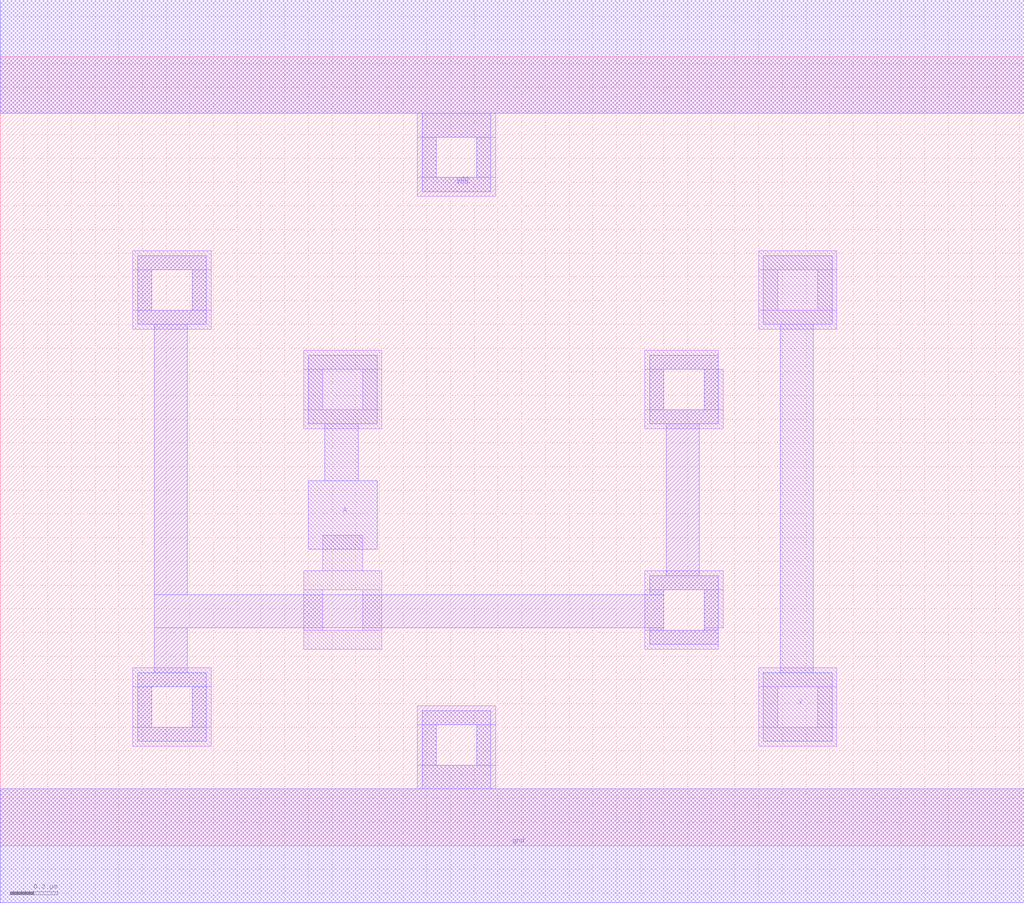
<source format=lef>
VERSION 5.7 ;
  NOWIREEXTENSIONATPIN ON ;
  DIVIDERCHAR "/" ;
  BUSBITCHARS "[]" ;
MACRO BUFX2
  CLASS CORE ;
  FOREIGN BUFX2 ;
  ORIGIN 0.000 0.000 ;
  SIZE 4.320 BY 3.330 ;
  SYMMETRY X Y R90 ;
  SITE unit ;
  PIN vdd
    DIRECTION INOUT ;
    USE POWER ;
    SHAPE ABUTMENT ;
    PORT
      LAYER met1 ;
        RECT 0.000 3.090 4.320 3.570 ;
        RECT 1.780 2.990 2.070 3.090 ;
        RECT 1.780 2.820 1.840 2.990 ;
        RECT 2.010 2.820 2.070 2.990 ;
        RECT 1.780 2.760 2.070 2.820 ;
    END
    PORT
      LAYER li1 ;
        RECT 0.000 3.090 4.320 3.570 ;
        RECT 1.760 2.990 2.090 3.090 ;
        RECT 1.760 2.820 1.840 2.990 ;
        RECT 2.010 2.820 2.090 2.990 ;
        RECT 1.760 2.740 2.090 2.820 ;
    END
  END vdd
  PIN gnd
    DIRECTION INOUT ;
    USE GROUND ;
    SHAPE ABUTMENT ;
    PORT
      LAYER met1 ;
        RECT 1.780 0.510 2.070 0.570 ;
        RECT 1.780 0.340 1.840 0.510 ;
        RECT 2.010 0.340 2.070 0.510 ;
        RECT 1.780 0.240 2.070 0.340 ;
        RECT 0.000 -0.240 4.320 0.240 ;
    END
    PORT
      LAYER li1 ;
        RECT 1.760 0.510 2.090 0.590 ;
        RECT 1.760 0.340 1.840 0.510 ;
        RECT 2.010 0.340 2.090 0.510 ;
        RECT 1.760 0.240 2.090 0.340 ;
        RECT 0.000 -0.240 4.320 0.240 ;
    END
  END gnd
  PIN Y
    DIRECTION INOUT ;
    USE SIGNAL ;
    SHAPE ABUTMENT ;
    PORT
      LAYER met1 ;
        RECT 3.220 2.200 3.510 2.490 ;
        RECT 3.290 0.730 3.430 2.200 ;
        RECT 3.220 0.440 3.510 0.730 ;
    END
  END Y
  PIN A
    DIRECTION INOUT ;
    USE SIGNAL ;
    SHAPE ABUTMENT ;
    PORT
      LAYER met1 ;
        RECT 1.300 1.780 1.590 2.070 ;
        RECT 1.370 1.540 1.510 1.780 ;
        RECT 1.300 1.250 1.590 1.540 ;
    END
  END A
  OBS
      LAYER li1 ;
        RECT 0.560 2.430 0.890 2.510 ;
        RECT 0.560 2.260 0.640 2.430 ;
        RECT 0.810 2.260 0.890 2.430 ;
        RECT 0.560 2.180 0.890 2.260 ;
        RECT 3.200 2.430 3.530 2.510 ;
        RECT 3.200 2.260 3.280 2.430 ;
        RECT 3.450 2.260 3.530 2.430 ;
        RECT 3.200 2.180 3.530 2.260 ;
        RECT 1.280 2.010 1.610 2.090 ;
        RECT 1.280 1.840 1.360 2.010 ;
        RECT 1.530 1.840 1.610 2.010 ;
        RECT 1.280 1.760 1.610 1.840 ;
        RECT 2.720 2.010 3.030 2.090 ;
        RECT 2.720 1.840 2.800 2.010 ;
        RECT 2.970 1.840 3.050 2.010 ;
        RECT 2.720 1.760 3.050 1.840 ;
        RECT 1.360 1.160 1.530 1.310 ;
        RECT 1.280 1.080 1.610 1.160 ;
        RECT 1.280 0.910 1.360 1.080 ;
        RECT 1.530 0.910 1.610 1.080 ;
        RECT 1.280 0.830 1.610 0.910 ;
        RECT 2.720 1.080 3.050 1.160 ;
        RECT 2.720 0.910 2.800 1.080 ;
        RECT 2.970 0.920 3.050 1.080 ;
        RECT 2.970 0.910 3.030 0.920 ;
        RECT 2.720 0.830 3.030 0.910 ;
        RECT 0.560 0.670 0.890 0.750 ;
        RECT 0.560 0.500 0.640 0.670 ;
        RECT 0.810 0.500 0.890 0.670 ;
        RECT 0.560 0.420 0.890 0.500 ;
        RECT 3.200 0.670 3.530 0.750 ;
        RECT 3.200 0.500 3.280 0.670 ;
        RECT 3.450 0.500 3.530 0.670 ;
        RECT 3.200 0.420 3.530 0.500 ;
      LAYER met1 ;
        RECT 0.580 2.430 0.870 2.490 ;
        RECT 0.580 2.260 0.640 2.430 ;
        RECT 0.810 2.260 0.870 2.430 ;
        RECT 0.580 2.200 0.870 2.260 ;
        RECT 0.650 1.060 0.790 2.200 ;
        RECT 2.740 2.010 3.030 2.070 ;
        RECT 2.740 1.840 2.800 2.010 ;
        RECT 2.970 1.840 3.030 2.010 ;
        RECT 2.740 1.780 3.030 1.840 ;
        RECT 2.810 1.140 2.950 1.780 ;
        RECT 2.740 1.080 3.030 1.140 ;
        RECT 2.740 1.060 2.800 1.080 ;
        RECT 0.650 0.920 2.800 1.060 ;
        RECT 0.650 0.730 0.790 0.920 ;
        RECT 2.740 0.910 2.800 0.920 ;
        RECT 2.970 0.910 3.030 1.080 ;
        RECT 2.740 0.850 3.030 0.910 ;
        RECT 0.580 0.670 0.870 0.730 ;
        RECT 0.580 0.500 0.640 0.670 ;
        RECT 0.810 0.500 0.870 0.670 ;
        RECT 0.580 0.440 0.870 0.500 ;
  END
END BUFX2
END LIBRARY


</source>
